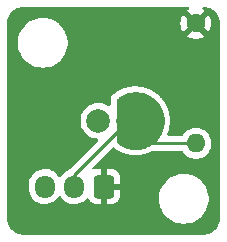
<source format=gtl>
G04 #@! TF.GenerationSoftware,KiCad,Pcbnew,6.0.4-6f826c9f35~116~ubuntu20.04.1*
G04 #@! TF.CreationDate,2022-05-16T21:54:43-06:00*
G04 #@! TF.ProjectId,phototransistor-circuit,70686f74-6f74-4726-916e-736973746f72,rev?*
G04 #@! TF.SameCoordinates,Original*
G04 #@! TF.FileFunction,Copper,L1,Top*
G04 #@! TF.FilePolarity,Positive*
%FSLAX46Y46*%
G04 Gerber Fmt 4.6, Leading zero omitted, Abs format (unit mm)*
G04 Created by KiCad (PCBNEW 6.0.4-6f826c9f35~116~ubuntu20.04.1) date 2022-05-16 21:54:43*
%MOMM*%
%LPD*%
G01*
G04 APERTURE LIST*
G04 Aperture macros list*
%AMRoundRect*
0 Rectangle with rounded corners*
0 $1 Rounding radius*
0 $2 $3 $4 $5 $6 $7 $8 $9 X,Y pos of 4 corners*
0 Add a 4 corners polygon primitive as box body*
4,1,4,$2,$3,$4,$5,$6,$7,$8,$9,$2,$3,0*
0 Add four circle primitives for the rounded corners*
1,1,$1+$1,$2,$3*
1,1,$1+$1,$4,$5*
1,1,$1+$1,$6,$7*
1,1,$1+$1,$8,$9*
0 Add four rect primitives between the rounded corners*
20,1,$1+$1,$2,$3,$4,$5,0*
20,1,$1+$1,$4,$5,$6,$7,0*
20,1,$1+$1,$6,$7,$8,$9,0*
20,1,$1+$1,$8,$9,$2,$3,0*%
G04 Aperture macros list end*
G04 #@! TA.AperFunction,EtchedComponent*
%ADD10C,0.001000*%
G04 #@! TD*
G04 #@! TA.AperFunction,ComponentPad*
%ADD11C,2.000000*%
G04 #@! TD*
G04 #@! TA.AperFunction,ComponentPad*
%ADD12RoundRect,0.250000X0.600000X0.725000X-0.600000X0.725000X-0.600000X-0.725000X0.600000X-0.725000X0*%
G04 #@! TD*
G04 #@! TA.AperFunction,ComponentPad*
%ADD13O,1.700000X1.950000*%
G04 #@! TD*
G04 #@! TA.AperFunction,ComponentPad*
%ADD14C,1.600000*%
G04 #@! TD*
G04 #@! TA.AperFunction,ComponentPad*
%ADD15O,1.600000X1.600000*%
G04 #@! TD*
G04 #@! TA.AperFunction,Conductor*
%ADD16C,0.254000*%
G04 #@! TD*
G04 APERTURE END LIST*
G36*
X90928000Y-76346000D02*
G01*
X91052000Y-76357000D01*
X91175000Y-76376000D01*
X91298000Y-76400000D01*
X91419000Y-76431000D01*
X91538000Y-76468000D01*
X91655000Y-76511000D01*
X91769000Y-76561000D01*
X91881000Y-76616000D01*
X91990000Y-76677000D01*
X92095000Y-76743000D01*
X92197000Y-76815000D01*
X92296000Y-76892000D01*
X92390000Y-76974000D01*
X92479000Y-77060000D01*
X92564000Y-77151000D01*
X92645000Y-77247000D01*
X92720000Y-77346000D01*
X92790000Y-77450000D01*
X92854000Y-77556000D01*
X92913000Y-77666000D01*
X92966000Y-77779000D01*
X93014000Y-77894000D01*
X93055000Y-78012000D01*
X93090000Y-78132000D01*
X93119000Y-78253000D01*
X93141000Y-78376000D01*
X93157000Y-78499000D01*
X93167000Y-78624000D01*
X93170000Y-78740000D01*
X93167000Y-78856000D01*
X93157000Y-78981000D01*
X93141000Y-79104000D01*
X93119000Y-79227000D01*
X93090000Y-79348000D01*
X93055000Y-79468000D01*
X93014000Y-79586000D01*
X92966000Y-79701000D01*
X92913000Y-79814000D01*
X92854000Y-79924000D01*
X92790000Y-80030000D01*
X92720000Y-80134000D01*
X92645000Y-80233000D01*
X92564000Y-80329000D01*
X92479000Y-80420000D01*
X92390000Y-80506000D01*
X92296000Y-80588000D01*
X92197000Y-80665000D01*
X92095000Y-80737000D01*
X91990000Y-80803000D01*
X91881000Y-80864000D01*
X91769000Y-80919000D01*
X91655000Y-80969000D01*
X91538000Y-81012000D01*
X91419000Y-81049000D01*
X91298000Y-81080000D01*
X91175000Y-81104000D01*
X91052000Y-81123000D01*
X90928000Y-81134000D01*
X90795000Y-81140000D01*
X90727000Y-81140000D01*
X90668000Y-81139000D01*
X90610000Y-81136000D01*
X90552000Y-81132000D01*
X90493000Y-81127000D01*
X90435000Y-81120000D01*
X90378000Y-81111000D01*
X90320000Y-81101000D01*
X90263000Y-81090000D01*
X90206000Y-81077000D01*
X90149000Y-81063000D01*
X90093000Y-81047000D01*
X90037000Y-81030000D01*
X89981000Y-81012000D01*
X89926000Y-80992000D01*
X89872000Y-80971000D01*
X89818000Y-80949000D01*
X89764000Y-80925000D01*
X89712000Y-80900000D01*
X89660000Y-80873000D01*
X89608000Y-80845000D01*
X89557000Y-80816000D01*
X89508000Y-80786000D01*
X89458000Y-80754000D01*
X89410000Y-80722000D01*
X89362000Y-80688000D01*
X89270000Y-80616000D01*
X89225000Y-80579000D01*
X89170000Y-80530000D01*
X89170000Y-76950000D01*
X89225000Y-76901000D01*
X89270000Y-76864000D01*
X89362000Y-76792000D01*
X89410000Y-76758000D01*
X89458000Y-76726000D01*
X89508000Y-76694000D01*
X89557000Y-76664000D01*
X89608000Y-76635000D01*
X89660000Y-76607000D01*
X89712000Y-76580000D01*
X89764000Y-76555000D01*
X89818000Y-76531000D01*
X89872000Y-76509000D01*
X89926000Y-76488000D01*
X89981000Y-76468000D01*
X90037000Y-76450000D01*
X90093000Y-76433000D01*
X90149000Y-76417000D01*
X90206000Y-76403000D01*
X90263000Y-76390000D01*
X90320000Y-76379000D01*
X90378000Y-76369000D01*
X90435000Y-76360000D01*
X90493000Y-76353000D01*
X90552000Y-76348000D01*
X90610000Y-76344000D01*
X90668000Y-76341000D01*
X90727000Y-76340000D01*
X90795000Y-76340000D01*
X90928000Y-76346000D01*
G37*
D10*
X90928000Y-76346000D02*
X91052000Y-76357000D01*
X91175000Y-76376000D01*
X91298000Y-76400000D01*
X91419000Y-76431000D01*
X91538000Y-76468000D01*
X91655000Y-76511000D01*
X91769000Y-76561000D01*
X91881000Y-76616000D01*
X91990000Y-76677000D01*
X92095000Y-76743000D01*
X92197000Y-76815000D01*
X92296000Y-76892000D01*
X92390000Y-76974000D01*
X92479000Y-77060000D01*
X92564000Y-77151000D01*
X92645000Y-77247000D01*
X92720000Y-77346000D01*
X92790000Y-77450000D01*
X92854000Y-77556000D01*
X92913000Y-77666000D01*
X92966000Y-77779000D01*
X93014000Y-77894000D01*
X93055000Y-78012000D01*
X93090000Y-78132000D01*
X93119000Y-78253000D01*
X93141000Y-78376000D01*
X93157000Y-78499000D01*
X93167000Y-78624000D01*
X93170000Y-78740000D01*
X93167000Y-78856000D01*
X93157000Y-78981000D01*
X93141000Y-79104000D01*
X93119000Y-79227000D01*
X93090000Y-79348000D01*
X93055000Y-79468000D01*
X93014000Y-79586000D01*
X92966000Y-79701000D01*
X92913000Y-79814000D01*
X92854000Y-79924000D01*
X92790000Y-80030000D01*
X92720000Y-80134000D01*
X92645000Y-80233000D01*
X92564000Y-80329000D01*
X92479000Y-80420000D01*
X92390000Y-80506000D01*
X92296000Y-80588000D01*
X92197000Y-80665000D01*
X92095000Y-80737000D01*
X91990000Y-80803000D01*
X91881000Y-80864000D01*
X91769000Y-80919000D01*
X91655000Y-80969000D01*
X91538000Y-81012000D01*
X91419000Y-81049000D01*
X91298000Y-81080000D01*
X91175000Y-81104000D01*
X91052000Y-81123000D01*
X90928000Y-81134000D01*
X90795000Y-81140000D01*
X90727000Y-81140000D01*
X90668000Y-81139000D01*
X90610000Y-81136000D01*
X90552000Y-81132000D01*
X90493000Y-81127000D01*
X90435000Y-81120000D01*
X90378000Y-81111000D01*
X90320000Y-81101000D01*
X90263000Y-81090000D01*
X90206000Y-81077000D01*
X90149000Y-81063000D01*
X90093000Y-81047000D01*
X90037000Y-81030000D01*
X89981000Y-81012000D01*
X89926000Y-80992000D01*
X89872000Y-80971000D01*
X89818000Y-80949000D01*
X89764000Y-80925000D01*
X89712000Y-80900000D01*
X89660000Y-80873000D01*
X89608000Y-80845000D01*
X89557000Y-80816000D01*
X89508000Y-80786000D01*
X89458000Y-80754000D01*
X89410000Y-80722000D01*
X89362000Y-80688000D01*
X89270000Y-80616000D01*
X89225000Y-80579000D01*
X89170000Y-80530000D01*
X89170000Y-76950000D01*
X89225000Y-76901000D01*
X89270000Y-76864000D01*
X89362000Y-76792000D01*
X89410000Y-76758000D01*
X89458000Y-76726000D01*
X89508000Y-76694000D01*
X89557000Y-76664000D01*
X89608000Y-76635000D01*
X89660000Y-76607000D01*
X89712000Y-76580000D01*
X89764000Y-76555000D01*
X89818000Y-76531000D01*
X89872000Y-76509000D01*
X89926000Y-76488000D01*
X89981000Y-76468000D01*
X90037000Y-76450000D01*
X90093000Y-76433000D01*
X90149000Y-76417000D01*
X90206000Y-76403000D01*
X90263000Y-76390000D01*
X90320000Y-76379000D01*
X90378000Y-76369000D01*
X90435000Y-76360000D01*
X90493000Y-76353000D01*
X90552000Y-76348000D01*
X90610000Y-76344000D01*
X90668000Y-76341000D01*
X90727000Y-76340000D01*
X90795000Y-76340000D01*
X90928000Y-76346000D01*
D11*
X87630000Y-78740000D03*
X90170000Y-78740000D03*
D12*
X88098000Y-84311000D03*
D13*
X85598000Y-84311000D03*
X83098000Y-84311000D03*
D14*
X95885000Y-70485000D03*
D15*
X95885000Y-80645000D03*
D16*
X92075000Y-80645000D02*
X90170000Y-78740000D01*
X85598000Y-83312000D02*
X85598000Y-84311000D01*
X95885000Y-80645000D02*
X92075000Y-80645000D01*
X90170000Y-78740000D02*
X85598000Y-83312000D01*
G04 #@! TA.AperFunction,Conductor*
G36*
X95284584Y-69108502D02*
G01*
X95331077Y-69162158D01*
X95341181Y-69232432D01*
X95311687Y-69297012D01*
X95269713Y-69328695D01*
X95233489Y-69345586D01*
X95223994Y-69351069D01*
X95171952Y-69387509D01*
X95163576Y-69397988D01*
X95170644Y-69411434D01*
X95872188Y-70112978D01*
X95886132Y-70120592D01*
X95887965Y-70120461D01*
X95894580Y-70116210D01*
X96600077Y-69410713D01*
X96606507Y-69398938D01*
X96597211Y-69386923D01*
X96546006Y-69351069D01*
X96536507Y-69345584D01*
X96508104Y-69332340D01*
X96454819Y-69285424D01*
X96435357Y-69217146D01*
X96455898Y-69149186D01*
X96509921Y-69103120D01*
X96571238Y-69092533D01*
X96728573Y-69104915D01*
X96748103Y-69108008D01*
X96941903Y-69154536D01*
X96960706Y-69160646D01*
X97144840Y-69236916D01*
X97162457Y-69245893D01*
X97332387Y-69350027D01*
X97348382Y-69361648D01*
X97499934Y-69491085D01*
X97513915Y-69505066D01*
X97643352Y-69656618D01*
X97654973Y-69672613D01*
X97759107Y-69842543D01*
X97768084Y-69860160D01*
X97844354Y-70044294D01*
X97850464Y-70063097D01*
X97896992Y-70256897D01*
X97900085Y-70276426D01*
X97913272Y-70443987D01*
X97912630Y-70460875D01*
X97912800Y-70460877D01*
X97912690Y-70469853D01*
X97911309Y-70478724D01*
X97912473Y-70487626D01*
X97912473Y-70487628D01*
X97915436Y-70510283D01*
X97916500Y-70526621D01*
X97916500Y-86945633D01*
X97915000Y-86965018D01*
X97912690Y-86979851D01*
X97912690Y-86979855D01*
X97911309Y-86988724D01*
X97913148Y-87002789D01*
X97913824Y-87029004D01*
X97905271Y-87137679D01*
X97900085Y-87203574D01*
X97896992Y-87223103D01*
X97850464Y-87416903D01*
X97844354Y-87435706D01*
X97768084Y-87619840D01*
X97759107Y-87637457D01*
X97654973Y-87807387D01*
X97643352Y-87823382D01*
X97513915Y-87974934D01*
X97499934Y-87988915D01*
X97348382Y-88118352D01*
X97332387Y-88129973D01*
X97162457Y-88234107D01*
X97144840Y-88243084D01*
X96960706Y-88319354D01*
X96941903Y-88325464D01*
X96748103Y-88371992D01*
X96728574Y-88375085D01*
X96561013Y-88388272D01*
X96544125Y-88387630D01*
X96544123Y-88387800D01*
X96535147Y-88387690D01*
X96526276Y-88386309D01*
X96517374Y-88387473D01*
X96517372Y-88387473D01*
X96502323Y-88389441D01*
X96494714Y-88390436D01*
X96478379Y-88391500D01*
X81329367Y-88391500D01*
X81309982Y-88390000D01*
X81295149Y-88387690D01*
X81295145Y-88387690D01*
X81286276Y-88386309D01*
X81272211Y-88388148D01*
X81245996Y-88388824D01*
X81112889Y-88378348D01*
X81071426Y-88375085D01*
X81051897Y-88371992D01*
X80858097Y-88325464D01*
X80839294Y-88319354D01*
X80655160Y-88243084D01*
X80637543Y-88234107D01*
X80467613Y-88129973D01*
X80451618Y-88118352D01*
X80300066Y-87988915D01*
X80286085Y-87974934D01*
X80156648Y-87823382D01*
X80145027Y-87807387D01*
X80040893Y-87637457D01*
X80031916Y-87619840D01*
X79955646Y-87435706D01*
X79949536Y-87416903D01*
X79903008Y-87223103D01*
X79899915Y-87203574D01*
X79887009Y-87039583D01*
X79887994Y-87017258D01*
X79887334Y-87017199D01*
X79887769Y-87012351D01*
X79888576Y-87007552D01*
X79888729Y-86995000D01*
X79884773Y-86967376D01*
X79883500Y-86949514D01*
X79883500Y-84493890D01*
X81739500Y-84493890D01*
X81754080Y-84665720D01*
X81755418Y-84670875D01*
X81755419Y-84670881D01*
X81810657Y-84883703D01*
X81811999Y-84888872D01*
X81814191Y-84893738D01*
X81814192Y-84893741D01*
X81830761Y-84930522D01*
X81906688Y-85099075D01*
X82035441Y-85290319D01*
X82194576Y-85457135D01*
X82379542Y-85594754D01*
X82384293Y-85597170D01*
X82384297Y-85597172D01*
X82446704Y-85628901D01*
X82585051Y-85699240D01*
X82590145Y-85700822D01*
X82590148Y-85700823D01*
X82786313Y-85761734D01*
X82805227Y-85767607D01*
X82810516Y-85768308D01*
X83028489Y-85797198D01*
X83028494Y-85797198D01*
X83033774Y-85797898D01*
X83039103Y-85797698D01*
X83039105Y-85797698D01*
X83148966Y-85793574D01*
X83264158Y-85789249D01*
X83269468Y-85788135D01*
X83484572Y-85743002D01*
X83489791Y-85741907D01*
X83494750Y-85739949D01*
X83494752Y-85739948D01*
X83699256Y-85659185D01*
X83699258Y-85659184D01*
X83704221Y-85657224D01*
X83803184Y-85597172D01*
X83896757Y-85540390D01*
X83896756Y-85540390D01*
X83901317Y-85537623D01*
X83966626Y-85480951D01*
X84071412Y-85390023D01*
X84071414Y-85390021D01*
X84075445Y-85386523D01*
X84139383Y-85308545D01*
X84218240Y-85212373D01*
X84218244Y-85212367D01*
X84221624Y-85208245D01*
X84239552Y-85176750D01*
X84290632Y-85127445D01*
X84360262Y-85113583D01*
X84426333Y-85139566D01*
X84453573Y-85168716D01*
X84535441Y-85290319D01*
X84694576Y-85457135D01*
X84879542Y-85594754D01*
X84884293Y-85597170D01*
X84884297Y-85597172D01*
X84946704Y-85628901D01*
X85085051Y-85699240D01*
X85090145Y-85700822D01*
X85090148Y-85700823D01*
X85286313Y-85761734D01*
X85305227Y-85767607D01*
X85310516Y-85768308D01*
X85528489Y-85797198D01*
X85528494Y-85797198D01*
X85533774Y-85797898D01*
X85539103Y-85797698D01*
X85539105Y-85797698D01*
X85648966Y-85793574D01*
X85764158Y-85789249D01*
X85769468Y-85788135D01*
X85984572Y-85743002D01*
X85989791Y-85741907D01*
X85994750Y-85739949D01*
X85994752Y-85739948D01*
X86199256Y-85659185D01*
X86199258Y-85659184D01*
X86204221Y-85657224D01*
X86303184Y-85597172D01*
X86396757Y-85540390D01*
X86396756Y-85540390D01*
X86401317Y-85537623D01*
X86466626Y-85480951D01*
X86571412Y-85390023D01*
X86571414Y-85390021D01*
X86575445Y-85386523D01*
X86605006Y-85350471D01*
X86663666Y-85310476D01*
X86734636Y-85308545D01*
X86795384Y-85345290D01*
X86809584Y-85364059D01*
X86896063Y-85503807D01*
X86905099Y-85515208D01*
X87019829Y-85629739D01*
X87031240Y-85638751D01*
X87169243Y-85723816D01*
X87182424Y-85729963D01*
X87336710Y-85781138D01*
X87350086Y-85784005D01*
X87444438Y-85793672D01*
X87450854Y-85794000D01*
X87825885Y-85794000D01*
X87841124Y-85789525D01*
X87842329Y-85788135D01*
X87844000Y-85780452D01*
X87844000Y-85775884D01*
X88352000Y-85775884D01*
X88356475Y-85791123D01*
X88357865Y-85792328D01*
X88365548Y-85793999D01*
X88745095Y-85793999D01*
X88751614Y-85793662D01*
X88847206Y-85783743D01*
X88860600Y-85780851D01*
X89014784Y-85729412D01*
X89027962Y-85723239D01*
X89165807Y-85637937D01*
X89177208Y-85628901D01*
X89291739Y-85514171D01*
X89300751Y-85502760D01*
X89316813Y-85476703D01*
X92759743Y-85476703D01*
X92760302Y-85480947D01*
X92760302Y-85480951D01*
X92774865Y-85591568D01*
X92797268Y-85761734D01*
X92798401Y-85765874D01*
X92798401Y-85765876D01*
X92806002Y-85793662D01*
X92873129Y-86039036D01*
X92985923Y-86303476D01*
X93133561Y-86550161D01*
X93313313Y-86774528D01*
X93330397Y-86790740D01*
X93516533Y-86967376D01*
X93521851Y-86972423D01*
X93755317Y-87140186D01*
X93759112Y-87142195D01*
X93759113Y-87142196D01*
X93780869Y-87153715D01*
X94009392Y-87274712D01*
X94279373Y-87373511D01*
X94560264Y-87434755D01*
X94572348Y-87435706D01*
X94783282Y-87452307D01*
X94783291Y-87452307D01*
X94785739Y-87452500D01*
X94941271Y-87452500D01*
X94943407Y-87452354D01*
X94943418Y-87452354D01*
X95151548Y-87438165D01*
X95151554Y-87438164D01*
X95155825Y-87437873D01*
X95160020Y-87437004D01*
X95160022Y-87437004D01*
X95296583Y-87408724D01*
X95437342Y-87379574D01*
X95708343Y-87283607D01*
X95963812Y-87151750D01*
X95967313Y-87149289D01*
X95967317Y-87149287D01*
X96081417Y-87069096D01*
X96199023Y-86986441D01*
X96409622Y-86790740D01*
X96591713Y-86568268D01*
X96741927Y-86323142D01*
X96857483Y-86059898D01*
X96936244Y-85783406D01*
X96970830Y-85540390D01*
X96976146Y-85503036D01*
X96976146Y-85503034D01*
X96976751Y-85498784D01*
X96976845Y-85480951D01*
X96978235Y-85215583D01*
X96978235Y-85215576D01*
X96978257Y-85211297D01*
X96968814Y-85139566D01*
X96951477Y-85007886D01*
X96940732Y-84926266D01*
X96864871Y-84648964D01*
X96752077Y-84384524D01*
X96604439Y-84137839D01*
X96424687Y-83913472D01*
X96216149Y-83715577D01*
X95982683Y-83547814D01*
X95960843Y-83536250D01*
X95882094Y-83494555D01*
X95728608Y-83413288D01*
X95517704Y-83336108D01*
X95462658Y-83315964D01*
X95462656Y-83315963D01*
X95458627Y-83314489D01*
X95177736Y-83253245D01*
X95146685Y-83250801D01*
X94954718Y-83235693D01*
X94954709Y-83235693D01*
X94952261Y-83235500D01*
X94796729Y-83235500D01*
X94794593Y-83235646D01*
X94794582Y-83235646D01*
X94586452Y-83249835D01*
X94586446Y-83249836D01*
X94582175Y-83250127D01*
X94577980Y-83250996D01*
X94577978Y-83250996D01*
X94489997Y-83269216D01*
X94300658Y-83308426D01*
X94029657Y-83404393D01*
X93774188Y-83536250D01*
X93770687Y-83538711D01*
X93770683Y-83538713D01*
X93770410Y-83538905D01*
X93538977Y-83701559D01*
X93523892Y-83715577D01*
X93394219Y-83836077D01*
X93328378Y-83897260D01*
X93146287Y-84119732D01*
X92996073Y-84364858D01*
X92880517Y-84628102D01*
X92801756Y-84904594D01*
X92798672Y-84926266D01*
X92762004Y-85183914D01*
X92761249Y-85189216D01*
X92761227Y-85193505D01*
X92761226Y-85193512D01*
X92759765Y-85472417D01*
X92759743Y-85476703D01*
X89316813Y-85476703D01*
X89385816Y-85364757D01*
X89391963Y-85351576D01*
X89443138Y-85197290D01*
X89446005Y-85183914D01*
X89455672Y-85089562D01*
X89456000Y-85083146D01*
X89456000Y-84583115D01*
X89451525Y-84567876D01*
X89450135Y-84566671D01*
X89442452Y-84565000D01*
X88370115Y-84565000D01*
X88354876Y-84569475D01*
X88353671Y-84570865D01*
X88352000Y-84578548D01*
X88352000Y-85775884D01*
X87844000Y-85775884D01*
X87844000Y-84038885D01*
X88352000Y-84038885D01*
X88356475Y-84054124D01*
X88357865Y-84055329D01*
X88365548Y-84057000D01*
X89437884Y-84057000D01*
X89453123Y-84052525D01*
X89454328Y-84051135D01*
X89455999Y-84043452D01*
X89455999Y-83538905D01*
X89455662Y-83532386D01*
X89445743Y-83436794D01*
X89442851Y-83423400D01*
X89391412Y-83269216D01*
X89385239Y-83256038D01*
X89299937Y-83118193D01*
X89290901Y-83106792D01*
X89176171Y-82992261D01*
X89164760Y-82983249D01*
X89026757Y-82898184D01*
X89013576Y-82892037D01*
X88859290Y-82840862D01*
X88845914Y-82837995D01*
X88751562Y-82828328D01*
X88745145Y-82828000D01*
X88370115Y-82828000D01*
X88354876Y-82832475D01*
X88353671Y-82833865D01*
X88352000Y-82841548D01*
X88352000Y-84038885D01*
X87844000Y-84038885D01*
X87844000Y-82846116D01*
X87839525Y-82830877D01*
X87838135Y-82829672D01*
X87830452Y-82828001D01*
X87450905Y-82828001D01*
X87444386Y-82828338D01*
X87348794Y-82838257D01*
X87335400Y-82841149D01*
X87290040Y-82856282D01*
X87219090Y-82858866D01*
X87158006Y-82822682D01*
X87126182Y-82759218D01*
X87133721Y-82688623D01*
X87161069Y-82647663D01*
X88785145Y-81023587D01*
X88847457Y-80989561D01*
X88918272Y-80994626D01*
X88954265Y-81015358D01*
X88971501Y-81029531D01*
X88971508Y-81029536D01*
X88974962Y-81032376D01*
X88978788Y-81034700D01*
X88979916Y-81035500D01*
X88984666Y-81039039D01*
X89021306Y-81067715D01*
X89031418Y-81076539D01*
X89035432Y-81080437D01*
X89055423Y-81094597D01*
X89060236Y-81098182D01*
X89077081Y-81111365D01*
X89080971Y-81113602D01*
X89084683Y-81116103D01*
X89084607Y-81116216D01*
X89092540Y-81121569D01*
X89094665Y-81123519D01*
X89098709Y-81126215D01*
X89098718Y-81126222D01*
X89120179Y-81140528D01*
X89123123Y-81142551D01*
X89141949Y-81155887D01*
X89141953Y-81155889D01*
X89145613Y-81158482D01*
X89147605Y-81159504D01*
X89149923Y-81161076D01*
X89150224Y-81161342D01*
X89178695Y-81179563D01*
X89180594Y-81180805D01*
X89206068Y-81197787D01*
X89206080Y-81197793D01*
X89207882Y-81198952D01*
X89208406Y-81199397D01*
X89211854Y-81201508D01*
X89236842Y-81216807D01*
X89238970Y-81218139D01*
X89264405Y-81234417D01*
X89264699Y-81234551D01*
X89268096Y-81236616D01*
X89270931Y-81238869D01*
X89275151Y-81241269D01*
X89275153Y-81241270D01*
X89296490Y-81253403D01*
X89299996Y-81255473D01*
X89318567Y-81266843D01*
X89318571Y-81266845D01*
X89322393Y-81269185D01*
X89325789Y-81270649D01*
X89330382Y-81273309D01*
X89331771Y-81274361D01*
X89360234Y-81289688D01*
X89362760Y-81291086D01*
X89381513Y-81301749D01*
X89388171Y-81305535D01*
X89389067Y-81305887D01*
X89390224Y-81306521D01*
X89390254Y-81306463D01*
X89421199Y-81322530D01*
X89422876Y-81323417D01*
X89450862Y-81338487D01*
X89450817Y-81338570D01*
X89453015Y-81339698D01*
X89455717Y-81341556D01*
X89482671Y-81354514D01*
X89486101Y-81356230D01*
X89509881Y-81368577D01*
X89512858Y-81369619D01*
X89518300Y-81372259D01*
X89521041Y-81374026D01*
X89525494Y-81376005D01*
X89548613Y-81386281D01*
X89552030Y-81387861D01*
X89572347Y-81397629D01*
X89572355Y-81397632D01*
X89576392Y-81399573D01*
X89579466Y-81400544D01*
X89585941Y-81403440D01*
X89589234Y-81405420D01*
X89593743Y-81407257D01*
X89593751Y-81407261D01*
X89616739Y-81416627D01*
X89620372Y-81418174D01*
X89640570Y-81427151D01*
X89640577Y-81427154D01*
X89644673Y-81428974D01*
X89647687Y-81429828D01*
X89650554Y-81431032D01*
X89650559Y-81431019D01*
X89682754Y-81443539D01*
X89684628Y-81444285D01*
X89713168Y-81455913D01*
X89712819Y-81456770D01*
X89714670Y-81457132D01*
X89714789Y-81456805D01*
X89716874Y-81457563D01*
X89716877Y-81457564D01*
X89719370Y-81458470D01*
X89719374Y-81458472D01*
X89745450Y-81467955D01*
X89748055Y-81468935D01*
X89771397Y-81478012D01*
X89771409Y-81478016D01*
X89775578Y-81479637D01*
X89776667Y-81479891D01*
X89782072Y-81481827D01*
X89783138Y-81482263D01*
X89787491Y-81484449D01*
X89792121Y-81485937D01*
X89792123Y-81485938D01*
X89813833Y-81492916D01*
X89818336Y-81494458D01*
X89841400Y-81502845D01*
X89845781Y-81503763D01*
X89847170Y-81504159D01*
X89851085Y-81505477D01*
X89851203Y-81505534D01*
X89851720Y-81505691D01*
X89851738Y-81505697D01*
X89884148Y-81515535D01*
X89886108Y-81516147D01*
X89914511Y-81525277D01*
X89914202Y-81526240D01*
X89914814Y-81526313D01*
X89915040Y-81525522D01*
X89948129Y-81534976D01*
X89950003Y-81535528D01*
X89980116Y-81544669D01*
X89980118Y-81544669D01*
X89980106Y-81544710D01*
X89984193Y-81545846D01*
X89984606Y-81545982D01*
X89989083Y-81547850D01*
X89993800Y-81549009D01*
X89993804Y-81549010D01*
X90016038Y-81554471D01*
X90020581Y-81555677D01*
X90044309Y-81562456D01*
X90048747Y-81563063D01*
X90049872Y-81563300D01*
X90053972Y-81564365D01*
X90054159Y-81564440D01*
X90054971Y-81564625D01*
X90054978Y-81564627D01*
X90068181Y-81567638D01*
X90087727Y-81572096D01*
X90089737Y-81572572D01*
X90120086Y-81580027D01*
X90120077Y-81580064D01*
X90123793Y-81580890D01*
X90127618Y-81582265D01*
X90132409Y-81583190D01*
X90132414Y-81583191D01*
X90156060Y-81587754D01*
X90160204Y-81588626D01*
X90181086Y-81593389D01*
X90181096Y-81593391D01*
X90185452Y-81594384D01*
X90189251Y-81594696D01*
X90193616Y-81595583D01*
X90194442Y-81595862D01*
X90198032Y-81596481D01*
X90198042Y-81596483D01*
X90216697Y-81599699D01*
X90227310Y-81601529D01*
X90229757Y-81601976D01*
X90259438Y-81607704D01*
X90259300Y-81608418D01*
X90260345Y-81608865D01*
X90260520Y-81607756D01*
X90294180Y-81613071D01*
X90295935Y-81613361D01*
X90327069Y-81618729D01*
X90330003Y-81619274D01*
X90334645Y-81620582D01*
X90339487Y-81621166D01*
X90339490Y-81621167D01*
X90362526Y-81623947D01*
X90367061Y-81624578D01*
X90391716Y-81628471D01*
X90396200Y-81628535D01*
X90396792Y-81628586D01*
X90405958Y-81629725D01*
X90410508Y-81630834D01*
X90438769Y-81633229D01*
X90443220Y-81633687D01*
X90463838Y-81636175D01*
X90463851Y-81636176D01*
X90468296Y-81636712D01*
X90472770Y-81636613D01*
X90472878Y-81636618D01*
X90477390Y-81637059D01*
X90477422Y-81637066D01*
X90499700Y-81638602D01*
X90512002Y-81639451D01*
X90513969Y-81639602D01*
X90543171Y-81642076D01*
X90543083Y-81643112D01*
X90544072Y-81643005D01*
X90544110Y-81642272D01*
X90552539Y-81642708D01*
X90578288Y-81644040D01*
X90580407Y-81644168D01*
X90611439Y-81646308D01*
X90611437Y-81646335D01*
X90615490Y-81646522D01*
X90619728Y-81647255D01*
X90633864Y-81647494D01*
X90638904Y-81647580D01*
X90646492Y-81647938D01*
X90650542Y-81648251D01*
X90655348Y-81649000D01*
X90670925Y-81649000D01*
X90671712Y-81649020D01*
X90671731Y-81649016D01*
X90672552Y-81649000D01*
X90674186Y-81649000D01*
X90678207Y-81649208D01*
X90678950Y-81649140D01*
X90680497Y-81649562D01*
X90680497Y-81649000D01*
X90721624Y-81649000D01*
X90723759Y-81649018D01*
X90750429Y-81649470D01*
X90750430Y-81649470D01*
X90754916Y-81649546D01*
X90756461Y-81649351D01*
X90768619Y-81649687D01*
X90768622Y-81649582D01*
X90773489Y-81649739D01*
X90778327Y-81650270D01*
X90783185Y-81650051D01*
X90783191Y-81650051D01*
X90803642Y-81649128D01*
X90809320Y-81649000D01*
X90831548Y-81649000D01*
X90835983Y-81648365D01*
X90835996Y-81648364D01*
X90837021Y-81648217D01*
X90849201Y-81647073D01*
X90915313Y-81644091D01*
X90926915Y-81644211D01*
X90928619Y-81644192D01*
X90933480Y-81644513D01*
X90938326Y-81644083D01*
X90938331Y-81644083D01*
X90959251Y-81642227D01*
X90964706Y-81641862D01*
X90982976Y-81641038D01*
X90982979Y-81641038D01*
X90987450Y-81640836D01*
X90992344Y-81639909D01*
X91004667Y-81638198D01*
X91035924Y-81635425D01*
X91068144Y-81632567D01*
X91079425Y-81632074D01*
X91083043Y-81632078D01*
X91090517Y-81632087D01*
X91109389Y-81629172D01*
X91117473Y-81628190D01*
X91120974Y-81627880D01*
X91128921Y-81627175D01*
X91128924Y-81627174D01*
X91133382Y-81626779D01*
X91144967Y-81624058D01*
X91154543Y-81622197D01*
X91216225Y-81612669D01*
X91223864Y-81611935D01*
X91223862Y-81611919D01*
X91228699Y-81611358D01*
X91233561Y-81611172D01*
X91238335Y-81610240D01*
X91238339Y-81610240D01*
X91260197Y-81605975D01*
X91265091Y-81605120D01*
X91284397Y-81602138D01*
X91284399Y-81602137D01*
X91288824Y-81601454D01*
X91293116Y-81600148D01*
X91295081Y-81599699D01*
X91304923Y-81597248D01*
X91312026Y-81595862D01*
X91365022Y-81585522D01*
X91377009Y-81583777D01*
X91385914Y-81582916D01*
X91390629Y-81581708D01*
X91390635Y-81581707D01*
X91406463Y-81577652D01*
X91413599Y-81576043D01*
X91426954Y-81573437D01*
X91431351Y-81572579D01*
X91435581Y-81571107D01*
X91435584Y-81571106D01*
X91440538Y-81569382D01*
X91450678Y-81566324D01*
X91512990Y-81550359D01*
X91525793Y-81547778D01*
X91532260Y-81546821D01*
X91536909Y-81545376D01*
X91536911Y-81545375D01*
X91554785Y-81539817D01*
X91560903Y-81538083D01*
X91580730Y-81533004D01*
X91587484Y-81530204D01*
X91598330Y-81526279D01*
X91657293Y-81507946D01*
X91669945Y-81504721D01*
X91676367Y-81503434D01*
X91698452Y-81495317D01*
X91704508Y-81493265D01*
X91719748Y-81488527D01*
X91719754Y-81488525D01*
X91724024Y-81487197D01*
X91728064Y-81485277D01*
X91728076Y-81485272D01*
X91730681Y-81484034D01*
X91741302Y-81479569D01*
X91770237Y-81468935D01*
X91802353Y-81457132D01*
X91813553Y-81453600D01*
X91823133Y-81451063D01*
X91827582Y-81449112D01*
X91827587Y-81449110D01*
X91841670Y-81442933D01*
X91848811Y-81440058D01*
X91849235Y-81439902D01*
X91864891Y-81434148D01*
X91868829Y-81432025D01*
X91868840Y-81432020D01*
X91874324Y-81429063D01*
X91883505Y-81424584D01*
X91940718Y-81399491D01*
X91951306Y-81395533D01*
X91953112Y-81394813D01*
X91957770Y-81393362D01*
X91981062Y-81381924D01*
X91985987Y-81379636D01*
X92002811Y-81372257D01*
X92002817Y-81372254D01*
X92006916Y-81370456D01*
X92011081Y-81367870D01*
X92021988Y-81361826D01*
X92076270Y-81335170D01*
X92087926Y-81330158D01*
X92090408Y-81329236D01*
X92090417Y-81329232D01*
X92094973Y-81327539D01*
X92099218Y-81325163D01*
X92099221Y-81325162D01*
X92114689Y-81316506D01*
X92120677Y-81313363D01*
X92134140Y-81306751D01*
X92138168Y-81304773D01*
X92141876Y-81302243D01*
X92145744Y-81299989D01*
X92146314Y-81300967D01*
X92212633Y-81280500D01*
X94667007Y-81280500D01*
X94735128Y-81300502D01*
X94770219Y-81334228D01*
X94791470Y-81364577D01*
X94875115Y-81484034D01*
X94878802Y-81489300D01*
X95040700Y-81651198D01*
X95045208Y-81654355D01*
X95045211Y-81654357D01*
X95123389Y-81709098D01*
X95228251Y-81782523D01*
X95233233Y-81784846D01*
X95233238Y-81784849D01*
X95430775Y-81876961D01*
X95435757Y-81879284D01*
X95441065Y-81880706D01*
X95441067Y-81880707D01*
X95651598Y-81937119D01*
X95651600Y-81937119D01*
X95656913Y-81938543D01*
X95885000Y-81958498D01*
X96113087Y-81938543D01*
X96118400Y-81937119D01*
X96118402Y-81937119D01*
X96328933Y-81880707D01*
X96328935Y-81880706D01*
X96334243Y-81879284D01*
X96339225Y-81876961D01*
X96536762Y-81784849D01*
X96536767Y-81784846D01*
X96541749Y-81782523D01*
X96646611Y-81709098D01*
X96724789Y-81654357D01*
X96724792Y-81654355D01*
X96729300Y-81651198D01*
X96891198Y-81489300D01*
X96894886Y-81484034D01*
X96956056Y-81396674D01*
X97022523Y-81301749D01*
X97024846Y-81296767D01*
X97024849Y-81296762D01*
X97116961Y-81099225D01*
X97116961Y-81099224D01*
X97119284Y-81094243D01*
X97122984Y-81080437D01*
X97177119Y-80878402D01*
X97177119Y-80878400D01*
X97178543Y-80873087D01*
X97198498Y-80645000D01*
X97178543Y-80416913D01*
X97172495Y-80394341D01*
X97120707Y-80201067D01*
X97120706Y-80201065D01*
X97119284Y-80195757D01*
X97070032Y-80090135D01*
X97024849Y-79993238D01*
X97024846Y-79993233D01*
X97022523Y-79988251D01*
X96899935Y-79813177D01*
X96894357Y-79805211D01*
X96894355Y-79805208D01*
X96891198Y-79800700D01*
X96729300Y-79638802D01*
X96724792Y-79635645D01*
X96724789Y-79635643D01*
X96564212Y-79523206D01*
X96541749Y-79507477D01*
X96536767Y-79505154D01*
X96536762Y-79505151D01*
X96339225Y-79413039D01*
X96339224Y-79413039D01*
X96334243Y-79410716D01*
X96328935Y-79409294D01*
X96328933Y-79409293D01*
X96118402Y-79352881D01*
X96118400Y-79352881D01*
X96113087Y-79351457D01*
X95885000Y-79331502D01*
X95656913Y-79351457D01*
X95651600Y-79352881D01*
X95651598Y-79352881D01*
X95441067Y-79409293D01*
X95441065Y-79409294D01*
X95435757Y-79410716D01*
X95430776Y-79413039D01*
X95430775Y-79413039D01*
X95233238Y-79505151D01*
X95233233Y-79505154D01*
X95228251Y-79507477D01*
X95205788Y-79523206D01*
X95045211Y-79635643D01*
X95045208Y-79635645D01*
X95040700Y-79638802D01*
X94878802Y-79800700D01*
X94875645Y-79805208D01*
X94875643Y-79805211D01*
X94770220Y-79955771D01*
X94714763Y-80000099D01*
X94667007Y-80009500D01*
X93577920Y-80009500D01*
X93509799Y-79989498D01*
X93463306Y-79935842D01*
X93453202Y-79865568D01*
X93461642Y-79834967D01*
X93472121Y-79809861D01*
X93477161Y-79799216D01*
X93479504Y-79794812D01*
X93479506Y-79794808D01*
X93481790Y-79790514D01*
X93488447Y-79771354D01*
X93491186Y-79764184D01*
X93496080Y-79752459D01*
X93497803Y-79748332D01*
X93500476Y-79737999D01*
X93503440Y-79728204D01*
X93524847Y-79666594D01*
X93529774Y-79654482D01*
X93530470Y-79652997D01*
X93530470Y-79652996D01*
X93532537Y-79648586D01*
X93539144Y-79625932D01*
X93541069Y-79619905D01*
X93547799Y-79600536D01*
X93548656Y-79596134D01*
X93549198Y-79593350D01*
X93551917Y-79582142D01*
X93569106Y-79523206D01*
X93573514Y-79510613D01*
X93575741Y-79505192D01*
X93581391Y-79481618D01*
X93582960Y-79475710D01*
X93587619Y-79459736D01*
X93587621Y-79459726D01*
X93588873Y-79455434D01*
X93589809Y-79448869D01*
X93592015Y-79437290D01*
X93606761Y-79375765D01*
X93610147Y-79364135D01*
X93613067Y-79355651D01*
X93616790Y-79334838D01*
X93618290Y-79327665D01*
X93621457Y-79314449D01*
X93621458Y-79314441D01*
X93622501Y-79310090D01*
X93622916Y-79305635D01*
X93622918Y-79305626D01*
X93623411Y-79300343D01*
X93624834Y-79289867D01*
X93636003Y-79227416D01*
X93639076Y-79214317D01*
X93640633Y-79208979D01*
X93643798Y-79184646D01*
X93644713Y-79178720D01*
X93647694Y-79162053D01*
X93647694Y-79162052D01*
X93648483Y-79157641D01*
X93648703Y-79151306D01*
X93649680Y-79139425D01*
X93657397Y-79080106D01*
X93659785Y-79067117D01*
X93660084Y-79065862D01*
X93661217Y-79061116D01*
X93663125Y-79037260D01*
X93663773Y-79031088D01*
X93666462Y-79010416D01*
X93666404Y-79005941D01*
X93666405Y-79005930D01*
X93666373Y-79003462D01*
X93666763Y-78991785D01*
X93671800Y-78928823D01*
X93673441Y-78916282D01*
X93674805Y-78908798D01*
X93675387Y-78886288D01*
X93675746Y-78879497D01*
X93676936Y-78864621D01*
X93677293Y-78860159D01*
X93676770Y-78851784D01*
X93676567Y-78840671D01*
X93677976Y-78786192D01*
X93678974Y-78773295D01*
X93679230Y-78771318D01*
X93679231Y-78771308D01*
X93679855Y-78766480D01*
X93679254Y-78743247D01*
X93679254Y-78736738D01*
X93679298Y-78735070D01*
X93679775Y-78716623D01*
X93678885Y-78709009D01*
X93678075Y-78697641D01*
X93676666Y-78643161D01*
X93676975Y-78630511D01*
X93677178Y-78627802D01*
X93677178Y-78627790D01*
X93677541Y-78622935D01*
X93677153Y-78618085D01*
X93677153Y-78618078D01*
X93675746Y-78600495D01*
X93675387Y-78593707D01*
X93675001Y-78578784D01*
X93675001Y-78578783D01*
X93674885Y-78574305D01*
X93674137Y-78569895D01*
X93674135Y-78569879D01*
X93673481Y-78566028D01*
X93672105Y-78554992D01*
X93667068Y-78492025D01*
X93666707Y-78478814D01*
X93666862Y-78472662D01*
X93663776Y-78448936D01*
X93663125Y-78442741D01*
X93661821Y-78426444D01*
X93661464Y-78421978D01*
X93659930Y-78415183D01*
X93657891Y-78403694D01*
X93650176Y-78344389D01*
X93649155Y-78330967D01*
X93649140Y-78330282D01*
X93649140Y-78330278D01*
X93649030Y-78325414D01*
X93648172Y-78320616D01*
X93644710Y-78301256D01*
X93643795Y-78295330D01*
X93641611Y-78278541D01*
X93641611Y-78278539D01*
X93641033Y-78274099D01*
X93639833Y-78269789D01*
X93639831Y-78269780D01*
X93639330Y-78267982D01*
X93636682Y-78256374D01*
X93625504Y-78193881D01*
X93623947Y-78181863D01*
X93623224Y-78172928D01*
X93622090Y-78168197D01*
X93622089Y-78168190D01*
X93618296Y-78152366D01*
X93616793Y-78145178D01*
X93614405Y-78131824D01*
X93614403Y-78131815D01*
X93613614Y-78127405D01*
X93610546Y-78118122D01*
X93607650Y-78107946D01*
X93594490Y-78053037D01*
X93592914Y-78046462D01*
X93590499Y-78033358D01*
X93589743Y-78027546D01*
X93582952Y-78004261D01*
X93581391Y-77998381D01*
X93576464Y-77977826D01*
X93574816Y-77973671D01*
X93574812Y-77973657D01*
X93574015Y-77971648D01*
X93570185Y-77960491D01*
X93569283Y-77957399D01*
X93552987Y-77901525D01*
X93549982Y-77888799D01*
X93549689Y-77887187D01*
X93548818Y-77882397D01*
X93541078Y-77860123D01*
X93539145Y-77854067D01*
X93533407Y-77834394D01*
X93531555Y-77830313D01*
X93531552Y-77830305D01*
X93530385Y-77827735D01*
X93526102Y-77817020D01*
X93504686Y-77755381D01*
X93501355Y-77744123D01*
X93498998Y-77734533D01*
X93497122Y-77730038D01*
X93497120Y-77730032D01*
X93491185Y-77715812D01*
X93488445Y-77708640D01*
X93484278Y-77696649D01*
X93482808Y-77692418D01*
X93477913Y-77682938D01*
X93473592Y-77673665D01*
X93449493Y-77615927D01*
X93445713Y-77605233D01*
X93445029Y-77603424D01*
X93443667Y-77598758D01*
X93441603Y-77594358D01*
X93441601Y-77594352D01*
X93432643Y-77575255D01*
X93430450Y-77570303D01*
X93421647Y-77549213D01*
X93419140Y-77545008D01*
X93413294Y-77533999D01*
X93387586Y-77479187D01*
X93382789Y-77467457D01*
X93381909Y-77464952D01*
X93381908Y-77464949D01*
X93380294Y-77460356D01*
X93369622Y-77440459D01*
X93366588Y-77434417D01*
X93360215Y-77420829D01*
X93360210Y-77420820D01*
X93358310Y-77416769D01*
X93353741Y-77409808D01*
X93348044Y-77400228D01*
X93318291Y-77344757D01*
X93312730Y-77332961D01*
X93310231Y-77326858D01*
X93298088Y-77306745D01*
X93294930Y-77301201D01*
X93287395Y-77287153D01*
X93287392Y-77287148D01*
X93285277Y-77283205D01*
X93280895Y-77277252D01*
X93274502Y-77267680D01*
X93243219Y-77215867D01*
X93236975Y-77204177D01*
X93236464Y-77203085D01*
X93236461Y-77203080D01*
X93234401Y-77198681D01*
X93231689Y-77194652D01*
X93231683Y-77194641D01*
X93220983Y-77178744D01*
X93217647Y-77173515D01*
X93206846Y-77155626D01*
X93204010Y-77152158D01*
X93204006Y-77152152D01*
X93202498Y-77150308D01*
X93195517Y-77140911D01*
X93159970Y-77088098D01*
X93153569Y-77077495D01*
X93149664Y-77070242D01*
X93136425Y-77052766D01*
X93132358Y-77047074D01*
X93121853Y-77031467D01*
X93115796Y-77024762D01*
X93108883Y-77016411D01*
X93070517Y-76965769D01*
X93063304Y-76955166D01*
X93062121Y-76953221D01*
X93059595Y-76949067D01*
X93056462Y-76945354D01*
X93056458Y-76945348D01*
X93044788Y-76931517D01*
X93040659Y-76926355D01*
X93036411Y-76920748D01*
X93028650Y-76910504D01*
X93025470Y-76907357D01*
X93025466Y-76907352D01*
X93023019Y-76904931D01*
X93015351Y-76896629D01*
X92974585Y-76848313D01*
X92966672Y-76837880D01*
X92963038Y-76832532D01*
X92946919Y-76815275D01*
X92942699Y-76810522D01*
X92932352Y-76798259D01*
X92932350Y-76798257D01*
X92929456Y-76794827D01*
X92924021Y-76789985D01*
X92915768Y-76781924D01*
X92873638Y-76736821D01*
X92865259Y-76726868D01*
X92864147Y-76725399D01*
X92861210Y-76721520D01*
X92857702Y-76718130D01*
X92844382Y-76705259D01*
X92839854Y-76700654D01*
X92829088Y-76689127D01*
X92829085Y-76689124D01*
X92826023Y-76685846D01*
X92820181Y-76681149D01*
X92811585Y-76673568D01*
X92767631Y-76631096D01*
X92758732Y-76621557D01*
X92757614Y-76620227D01*
X92757612Y-76620225D01*
X92754481Y-76616500D01*
X92736797Y-76601074D01*
X92732079Y-76596741D01*
X92720635Y-76585683D01*
X92720632Y-76585681D01*
X92717413Y-76582570D01*
X92711403Y-76578224D01*
X92702416Y-76571081D01*
X92654409Y-76529202D01*
X92645513Y-76520637D01*
X92639795Y-76514564D01*
X92635964Y-76511584D01*
X92635955Y-76511576D01*
X92622593Y-76501183D01*
X92617130Y-76496681D01*
X92606441Y-76487358D01*
X92606440Y-76487357D01*
X92603059Y-76484408D01*
X92595393Y-76479439D01*
X92586570Y-76473166D01*
X92536900Y-76434533D01*
X92526629Y-76425614D01*
X92526429Y-76425420D01*
X92526425Y-76425417D01*
X92522926Y-76422030D01*
X92518947Y-76419222D01*
X92518943Y-76419218D01*
X92502569Y-76407660D01*
X92497874Y-76404180D01*
X92484190Y-76393537D01*
X92480647Y-76390781D01*
X92476756Y-76388560D01*
X92476748Y-76388554D01*
X92475467Y-76387823D01*
X92465296Y-76381350D01*
X92415063Y-76345892D01*
X92405066Y-76338050D01*
X92404402Y-76337473D01*
X92399446Y-76333164D01*
X92395333Y-76330579D01*
X92395320Y-76330569D01*
X92380254Y-76321099D01*
X92374649Y-76317363D01*
X92362333Y-76308670D01*
X92362328Y-76308667D01*
X92358673Y-76306087D01*
X92351335Y-76302337D01*
X92341615Y-76296813D01*
X92289059Y-76263777D01*
X92278400Y-76256282D01*
X92277000Y-76255185D01*
X92273177Y-76252189D01*
X92252673Y-76240714D01*
X92247175Y-76237451D01*
X92229932Y-76226612D01*
X92225851Y-76224795D01*
X92225838Y-76224788D01*
X92223156Y-76223594D01*
X92212878Y-76218443D01*
X92157852Y-76187649D01*
X92147108Y-76180904D01*
X92140955Y-76176595D01*
X92133494Y-76172931D01*
X92120685Y-76166641D01*
X92114687Y-76163493D01*
X92097682Y-76153976D01*
X92089912Y-76150981D01*
X92079712Y-76146520D01*
X92025443Y-76119870D01*
X92015577Y-76114324D01*
X92013862Y-76113408D01*
X92009759Y-76110791D01*
X91985964Y-76100354D01*
X91981088Y-76098089D01*
X91960557Y-76088007D01*
X91955903Y-76086494D01*
X91944242Y-76082055D01*
X91937464Y-76079082D01*
X91886994Y-76056946D01*
X91876462Y-76051728D01*
X91867804Y-76046923D01*
X91848794Y-76039937D01*
X91841682Y-76037073D01*
X91825975Y-76030184D01*
X91815651Y-76027315D01*
X91805940Y-76024186D01*
X91744880Y-76001745D01*
X91732867Y-75996608D01*
X91731358Y-75995868D01*
X91726988Y-75993725D01*
X91704494Y-75986731D01*
X91698488Y-75984695D01*
X91679281Y-75977636D01*
X91674897Y-75976702D01*
X91674894Y-75976701D01*
X91672092Y-75976104D01*
X91660946Y-75973191D01*
X91601993Y-75954861D01*
X91589735Y-75950339D01*
X91588216Y-75949687D01*
X91588206Y-75949684D01*
X91583736Y-75947766D01*
X91579021Y-75946558D01*
X91579018Y-75946557D01*
X91560909Y-75941918D01*
X91554782Y-75940182D01*
X91535224Y-75934101D01*
X91528001Y-75932941D01*
X91516709Y-75930594D01*
X91467666Y-75918029D01*
X91454387Y-75914627D01*
X91442798Y-75911055D01*
X91434397Y-75908015D01*
X91413589Y-75903955D01*
X91406459Y-75902347D01*
X91403236Y-75901521D01*
X91388920Y-75897854D01*
X91379240Y-75896799D01*
X91368774Y-75895210D01*
X91313798Y-75884484D01*
X91308705Y-75883490D01*
X91301279Y-75881592D01*
X91301275Y-75881608D01*
X91296534Y-75880496D01*
X91291892Y-75879020D01*
X91265091Y-75874880D01*
X91260204Y-75874027D01*
X91236607Y-75869422D01*
X91232130Y-75869196D01*
X91230127Y-75868951D01*
X91220024Y-75867918D01*
X91158307Y-75858385D01*
X91147241Y-75856163D01*
X91143732Y-75855294D01*
X91141200Y-75854666D01*
X91141197Y-75854665D01*
X91136474Y-75853495D01*
X91131628Y-75853065D01*
X91131622Y-75853064D01*
X91117473Y-75851809D01*
X91109377Y-75850826D01*
X91098016Y-75849071D01*
X91098011Y-75849071D01*
X91093585Y-75848387D01*
X91081691Y-75848256D01*
X91071951Y-75847771D01*
X91008505Y-75842143D01*
X90997037Y-75840480D01*
X90995326Y-75840270D01*
X90990551Y-75839304D01*
X90985689Y-75839085D01*
X90985684Y-75839084D01*
X90971245Y-75838433D01*
X90964676Y-75838136D01*
X90959245Y-75837773D01*
X90945952Y-75836594D01*
X90941038Y-75836158D01*
X90941036Y-75836158D01*
X90936572Y-75835762D01*
X90932091Y-75836003D01*
X90932086Y-75836003D01*
X90931597Y-75836029D01*
X90919158Y-75836083D01*
X90861398Y-75833478D01*
X90853038Y-75833101D01*
X90839790Y-75831775D01*
X90839468Y-75831750D01*
X90834652Y-75831000D01*
X90809318Y-75831000D01*
X90803640Y-75830872D01*
X90799915Y-75830704D01*
X90781428Y-75829870D01*
X90776977Y-75830304D01*
X90776969Y-75830304D01*
X90776623Y-75830338D01*
X90773354Y-75830398D01*
X90772484Y-75830421D01*
X90772484Y-75830414D01*
X90759807Y-75830648D01*
X90758020Y-75830401D01*
X90723901Y-75830979D01*
X90723736Y-75830982D01*
X90721601Y-75831000D01*
X90690452Y-75831000D01*
X90690452Y-75830985D01*
X90685777Y-75831092D01*
X90681307Y-75830631D01*
X90659183Y-75831775D01*
X90652721Y-75832109D01*
X90648352Y-75832259D01*
X90639576Y-75832408D01*
X90622831Y-75832692D01*
X90618824Y-75833335D01*
X90614762Y-75833497D01*
X90614538Y-75833478D01*
X90613569Y-75833545D01*
X90613565Y-75833545D01*
X90580477Y-75835827D01*
X90578318Y-75835958D01*
X90551700Y-75837335D01*
X90551698Y-75837335D01*
X90551681Y-75837336D01*
X90551680Y-75837336D01*
X90549448Y-75837452D01*
X90548765Y-75837487D01*
X90548758Y-75837353D01*
X90548519Y-75837368D01*
X90548528Y-75837470D01*
X90547658Y-75837544D01*
X90547208Y-75837567D01*
X90547202Y-75837453D01*
X90547063Y-75837462D01*
X90547074Y-75837593D01*
X90513958Y-75840399D01*
X90511991Y-75840550D01*
X90488898Y-75842143D01*
X90480519Y-75842721D01*
X90480516Y-75842673D01*
X90476094Y-75843078D01*
X90471378Y-75842916D01*
X90466549Y-75843499D01*
X90466545Y-75843499D01*
X90443232Y-75846313D01*
X90438775Y-75846771D01*
X90413601Y-75848904D01*
X90409272Y-75849903D01*
X90399794Y-75851022D01*
X90399647Y-75851034D01*
X90394782Y-75851044D01*
X90389979Y-75851802D01*
X90389971Y-75851803D01*
X90367056Y-75855421D01*
X90362507Y-75856055D01*
X90356940Y-75856727D01*
X90337727Y-75859046D01*
X90333539Y-75860171D01*
X90330583Y-75860594D01*
X90330595Y-75860664D01*
X90330593Y-75860664D01*
X90295846Y-75866655D01*
X90294198Y-75866926D01*
X90287918Y-75867918D01*
X90264336Y-75871641D01*
X90264170Y-75870591D01*
X90262394Y-75871238D01*
X90262485Y-75871708D01*
X90229749Y-75878025D01*
X90227320Y-75878470D01*
X90197501Y-75883611D01*
X90197072Y-75883750D01*
X90192538Y-75884642D01*
X90188478Y-75884926D01*
X90183737Y-75886007D01*
X90183732Y-75886008D01*
X90160205Y-75891373D01*
X90156070Y-75892244D01*
X90130666Y-75897147D01*
X90127059Y-75898394D01*
X90123221Y-75899223D01*
X90123098Y-75899234D01*
X90106731Y-75903254D01*
X90089704Y-75907436D01*
X90087762Y-75907897D01*
X90057186Y-75914870D01*
X90057185Y-75914870D01*
X90057178Y-75914842D01*
X90052802Y-75915952D01*
X90052127Y-75916089D01*
X90047293Y-75916691D01*
X90042611Y-75918029D01*
X90042610Y-75918029D01*
X90020595Y-75924319D01*
X90016038Y-75925529D01*
X89992098Y-75931409D01*
X89987953Y-75933080D01*
X89987124Y-75933347D01*
X89983177Y-75934417D01*
X89983087Y-75934430D01*
X89982724Y-75934540D01*
X89982721Y-75934541D01*
X89950153Y-75944427D01*
X89948171Y-75945011D01*
X89919501Y-75953203D01*
X89919225Y-75952236D01*
X89918733Y-75952485D01*
X89918990Y-75953284D01*
X89886145Y-75963841D01*
X89884191Y-75964452D01*
X89854174Y-75973564D01*
X89854164Y-75973530D01*
X89850019Y-75974898D01*
X89849102Y-75975153D01*
X89844317Y-75976095D01*
X89818341Y-75985540D01*
X89813859Y-75987075D01*
X89797688Y-75992274D01*
X89790447Y-75994601D01*
X89786413Y-75996566D01*
X89784917Y-75997167D01*
X89779943Y-75998914D01*
X89778471Y-75999238D01*
X89773933Y-76001003D01*
X89748067Y-76011062D01*
X89745458Y-76012043D01*
X89721305Y-76020826D01*
X89717705Y-76022135D01*
X89717287Y-76022359D01*
X89716653Y-76022601D01*
X89716676Y-76022658D01*
X89684616Y-76035719D01*
X89682747Y-76036463D01*
X89653454Y-76047855D01*
X89653430Y-76047793D01*
X89650808Y-76048875D01*
X89647510Y-76049766D01*
X89620382Y-76061823D01*
X89616747Y-76063371D01*
X89592109Y-76073408D01*
X89589003Y-76075224D01*
X89582526Y-76078073D01*
X89579189Y-76079082D01*
X89574810Y-76081187D01*
X89574803Y-76081190D01*
X89552008Y-76092149D01*
X89548595Y-76093728D01*
X89523878Y-76104713D01*
X89521384Y-76106278D01*
X89515918Y-76108888D01*
X89512636Y-76109992D01*
X89504293Y-76114324D01*
X89486097Y-76123771D01*
X89482635Y-76125501D01*
X89462554Y-76135156D01*
X89462547Y-76135160D01*
X89458514Y-76137099D01*
X89456024Y-76138768D01*
X89453578Y-76140004D01*
X89453597Y-76140040D01*
X89453595Y-76140041D01*
X89422852Y-76156595D01*
X89421308Y-76157412D01*
X89394771Y-76171191D01*
X89393007Y-76172107D01*
X89392949Y-76171996D01*
X89392046Y-76172485D01*
X89390870Y-76172931D01*
X89386640Y-76175336D01*
X89386630Y-76175341D01*
X89362748Y-76188921D01*
X89360208Y-76190327D01*
X89334504Y-76204168D01*
X89333394Y-76204988D01*
X89328686Y-76207675D01*
X89325041Y-76209194D01*
X89299953Y-76224554D01*
X89296479Y-76226604D01*
X89273629Y-76239597D01*
X89270998Y-76241635D01*
X89267724Y-76243598D01*
X89267019Y-76243909D01*
X89264249Y-76245682D01*
X89264237Y-76245689D01*
X89238947Y-76261875D01*
X89236818Y-76263208D01*
X89211054Y-76278982D01*
X89210815Y-76279180D01*
X89209020Y-76280320D01*
X89208650Y-76280491D01*
X89180596Y-76299194D01*
X89178624Y-76300482D01*
X89152838Y-76316985D01*
X89152835Y-76316980D01*
X89150443Y-76318581D01*
X89148146Y-76319724D01*
X89124665Y-76336357D01*
X89123089Y-76337473D01*
X89120180Y-76339472D01*
X89097248Y-76354760D01*
X89095424Y-76356393D01*
X89087716Y-76361491D01*
X89087825Y-76361654D01*
X89083773Y-76364348D01*
X89079525Y-76366722D01*
X89075698Y-76369717D01*
X89075692Y-76369721D01*
X89060228Y-76381824D01*
X89055422Y-76385403D01*
X89037965Y-76397769D01*
X89034708Y-76400856D01*
X89034698Y-76400864D01*
X89033334Y-76402157D01*
X89024314Y-76409931D01*
X88986881Y-76439225D01*
X88981536Y-76443184D01*
X88977360Y-76445652D01*
X88973604Y-76448741D01*
X88973603Y-76448741D01*
X88952655Y-76465965D01*
X88950289Y-76467863D01*
X88927517Y-76485685D01*
X88926441Y-76486806D01*
X88922018Y-76490479D01*
X88920114Y-76491928D01*
X88916016Y-76494574D01*
X88896932Y-76511576D01*
X88895799Y-76512585D01*
X88892020Y-76515820D01*
X88873501Y-76531047D01*
X88870704Y-76534108D01*
X88851392Y-76549130D01*
X88844306Y-76553601D01*
X88844304Y-76553603D01*
X88836715Y-76558391D01*
X88830774Y-76565118D01*
X88811651Y-76586771D01*
X88807498Y-76591249D01*
X88807463Y-76591285D01*
X88804121Y-76594262D01*
X88785515Y-76616318D01*
X88783754Y-76618359D01*
X88740199Y-76667674D01*
X88737702Y-76672993D01*
X88733914Y-76677483D01*
X88730283Y-76685695D01*
X88730282Y-76685697D01*
X88707353Y-76737559D01*
X88706172Y-76740152D01*
X88678236Y-76799653D01*
X88677332Y-76805458D01*
X88674956Y-76810832D01*
X88673776Y-76819730D01*
X88673776Y-76819731D01*
X88666321Y-76875961D01*
X88665914Y-76878783D01*
X88663136Y-76896629D01*
X88661000Y-76910348D01*
X88661000Y-76914868D01*
X88660383Y-76920748D01*
X88658956Y-76931517D01*
X88655794Y-76955368D01*
X88657159Y-76964238D01*
X88657159Y-76964240D01*
X88659534Y-76979672D01*
X88661000Y-76998836D01*
X88661000Y-77377597D01*
X88640998Y-77445718D01*
X88587342Y-77492211D01*
X88517068Y-77502315D01*
X88469165Y-77485030D01*
X88321183Y-77394346D01*
X88316963Y-77391760D01*
X88312393Y-77389867D01*
X88312389Y-77389865D01*
X88102167Y-77302789D01*
X88102165Y-77302788D01*
X88097594Y-77300895D01*
X88017391Y-77281640D01*
X87871524Y-77246620D01*
X87871518Y-77246619D01*
X87866711Y-77245465D01*
X87630000Y-77226835D01*
X87393289Y-77245465D01*
X87388482Y-77246619D01*
X87388476Y-77246620D01*
X87242609Y-77281640D01*
X87162406Y-77300895D01*
X87157835Y-77302788D01*
X87157833Y-77302789D01*
X86947611Y-77389865D01*
X86947607Y-77389867D01*
X86943037Y-77391760D01*
X86938817Y-77394346D01*
X86744798Y-77513241D01*
X86744792Y-77513245D01*
X86740584Y-77515824D01*
X86560031Y-77670031D01*
X86405824Y-77850584D01*
X86403245Y-77854792D01*
X86403241Y-77854798D01*
X86313440Y-78001340D01*
X86281760Y-78053037D01*
X86279867Y-78057607D01*
X86279865Y-78057611D01*
X86195105Y-78262241D01*
X86190895Y-78272406D01*
X86184675Y-78298314D01*
X86138168Y-78492032D01*
X86135465Y-78503289D01*
X86116835Y-78740000D01*
X86135465Y-78976711D01*
X86136619Y-78981518D01*
X86136620Y-78981524D01*
X86158713Y-79073547D01*
X86190895Y-79207594D01*
X86192788Y-79212165D01*
X86192789Y-79212167D01*
X86275993Y-79413039D01*
X86281760Y-79426963D01*
X86284346Y-79431183D01*
X86403241Y-79625202D01*
X86403245Y-79625208D01*
X86405824Y-79629416D01*
X86527066Y-79771372D01*
X86552115Y-79800700D01*
X86560031Y-79809969D01*
X86740584Y-79964176D01*
X86744792Y-79966755D01*
X86744798Y-79966759D01*
X86938817Y-80085654D01*
X86943037Y-80088240D01*
X86947607Y-80090133D01*
X86947611Y-80090135D01*
X87157833Y-80177211D01*
X87162406Y-80179105D01*
X87231767Y-80195757D01*
X87388476Y-80233380D01*
X87388482Y-80233381D01*
X87393289Y-80234535D01*
X87476284Y-80241067D01*
X87542625Y-80266353D01*
X87584765Y-80323491D01*
X87589324Y-80394341D01*
X87555493Y-80455774D01*
X85204517Y-82806750D01*
X85196191Y-82814326D01*
X85189697Y-82818447D01*
X85168004Y-82841548D01*
X85142915Y-82868265D01*
X85140160Y-82871107D01*
X85120361Y-82890906D01*
X85117859Y-82894132D01*
X85110153Y-82903153D01*
X85107268Y-82906225D01*
X85061703Y-82937161D01*
X84991779Y-82964776D01*
X84987220Y-82967543D01*
X84987217Y-82967544D01*
X84888832Y-83027246D01*
X84794683Y-83084377D01*
X84790653Y-83087874D01*
X84697484Y-83168722D01*
X84620555Y-83235477D01*
X84617168Y-83239608D01*
X84477760Y-83409627D01*
X84477756Y-83409633D01*
X84474376Y-83413755D01*
X84456448Y-83445250D01*
X84405368Y-83494555D01*
X84335738Y-83508417D01*
X84269667Y-83482434D01*
X84242427Y-83453284D01*
X84210835Y-83406359D01*
X84160559Y-83331681D01*
X84001424Y-83164865D01*
X83816458Y-83027246D01*
X83811707Y-83024830D01*
X83811703Y-83024828D01*
X83689731Y-82962815D01*
X83610949Y-82922760D01*
X83605855Y-82921178D01*
X83605852Y-82921177D01*
X83405178Y-82858866D01*
X83390773Y-82854393D01*
X83385484Y-82853692D01*
X83167511Y-82824802D01*
X83167506Y-82824802D01*
X83162226Y-82824102D01*
X83156897Y-82824302D01*
X83156895Y-82824302D01*
X83058368Y-82828001D01*
X82931842Y-82832751D01*
X82926623Y-82833846D01*
X82906849Y-82837995D01*
X82706209Y-82880093D01*
X82701250Y-82882051D01*
X82701248Y-82882052D01*
X82496744Y-82962815D01*
X82496742Y-82962816D01*
X82491779Y-82964776D01*
X82487220Y-82967543D01*
X82487217Y-82967544D01*
X82388832Y-83027246D01*
X82294683Y-83084377D01*
X82290653Y-83087874D01*
X82197484Y-83168722D01*
X82120555Y-83235477D01*
X82117168Y-83239608D01*
X81977760Y-83409627D01*
X81977756Y-83409633D01*
X81974376Y-83413755D01*
X81971738Y-83418390D01*
X81971735Y-83418394D01*
X81928382Y-83494555D01*
X81860325Y-83614114D01*
X81781663Y-83830825D01*
X81780714Y-83836074D01*
X81780713Y-83836077D01*
X81741377Y-84053608D01*
X81741376Y-84053615D01*
X81740639Y-84057692D01*
X81739500Y-84081844D01*
X81739500Y-84493890D01*
X79883500Y-84493890D01*
X79883500Y-72268703D01*
X80821743Y-72268703D01*
X80859268Y-72553734D01*
X80935129Y-72831036D01*
X81047923Y-73095476D01*
X81195561Y-73342161D01*
X81375313Y-73566528D01*
X81583851Y-73764423D01*
X81817317Y-73932186D01*
X81821112Y-73934195D01*
X81821113Y-73934196D01*
X81842869Y-73945715D01*
X82071392Y-74066712D01*
X82341373Y-74165511D01*
X82622264Y-74226755D01*
X82650841Y-74229004D01*
X82845282Y-74244307D01*
X82845291Y-74244307D01*
X82847739Y-74244500D01*
X83003271Y-74244500D01*
X83005407Y-74244354D01*
X83005418Y-74244354D01*
X83213548Y-74230165D01*
X83213554Y-74230164D01*
X83217825Y-74229873D01*
X83222020Y-74229004D01*
X83222022Y-74229004D01*
X83358583Y-74200724D01*
X83499342Y-74171574D01*
X83770343Y-74075607D01*
X84025812Y-73943750D01*
X84029313Y-73941289D01*
X84029317Y-73941287D01*
X84143417Y-73861096D01*
X84261023Y-73778441D01*
X84471622Y-73582740D01*
X84653713Y-73360268D01*
X84803927Y-73115142D01*
X84919483Y-72851898D01*
X84998244Y-72575406D01*
X85038751Y-72290784D01*
X85038845Y-72272951D01*
X85040235Y-72007583D01*
X85040235Y-72007576D01*
X85040257Y-72003297D01*
X85002732Y-71718266D01*
X84962462Y-71571062D01*
X95163493Y-71571062D01*
X95172789Y-71583077D01*
X95223994Y-71618931D01*
X95233489Y-71624414D01*
X95430947Y-71716490D01*
X95441239Y-71720236D01*
X95651688Y-71776625D01*
X95662481Y-71778528D01*
X95879525Y-71797517D01*
X95890475Y-71797517D01*
X96107519Y-71778528D01*
X96118312Y-71776625D01*
X96328761Y-71720236D01*
X96339053Y-71716490D01*
X96536511Y-71624414D01*
X96546006Y-71618931D01*
X96598048Y-71582491D01*
X96606424Y-71572012D01*
X96599356Y-71558566D01*
X95897812Y-70857022D01*
X95883868Y-70849408D01*
X95882035Y-70849539D01*
X95875420Y-70853790D01*
X95169923Y-71559287D01*
X95163493Y-71571062D01*
X84962462Y-71571062D01*
X84926871Y-71440964D01*
X84826831Y-71206424D01*
X84815763Y-71180476D01*
X84815761Y-71180472D01*
X84814077Y-71176524D01*
X84739527Y-71051960D01*
X84668643Y-70933521D01*
X84668640Y-70933517D01*
X84666439Y-70929839D01*
X84486687Y-70705472D01*
X84310472Y-70538250D01*
X84281258Y-70510527D01*
X84281255Y-70510525D01*
X84278149Y-70507577D01*
X84254349Y-70490475D01*
X94572483Y-70490475D01*
X94591472Y-70707519D01*
X94593375Y-70718312D01*
X94649764Y-70928761D01*
X94653510Y-70939053D01*
X94745586Y-71136511D01*
X94751069Y-71146006D01*
X94787509Y-71198048D01*
X94797988Y-71206424D01*
X94811434Y-71199356D01*
X95512978Y-70497812D01*
X95519356Y-70486132D01*
X96249408Y-70486132D01*
X96249539Y-70487965D01*
X96253790Y-70494580D01*
X96959287Y-71200077D01*
X96971062Y-71206507D01*
X96983077Y-71197211D01*
X97018931Y-71146006D01*
X97024414Y-71136511D01*
X97116490Y-70939053D01*
X97120236Y-70928761D01*
X97176625Y-70718312D01*
X97178528Y-70707519D01*
X97197517Y-70490475D01*
X97197517Y-70479525D01*
X97178528Y-70262481D01*
X97176625Y-70251688D01*
X97120236Y-70041239D01*
X97116490Y-70030947D01*
X97024414Y-69833489D01*
X97018931Y-69823994D01*
X96982491Y-69771952D01*
X96972012Y-69763576D01*
X96958566Y-69770644D01*
X96257022Y-70472188D01*
X96249408Y-70486132D01*
X95519356Y-70486132D01*
X95520592Y-70483868D01*
X95520461Y-70482035D01*
X95516210Y-70475420D01*
X94810713Y-69769923D01*
X94798938Y-69763493D01*
X94786923Y-69772789D01*
X94751069Y-69823994D01*
X94745586Y-69833489D01*
X94653510Y-70030947D01*
X94649764Y-70041239D01*
X94593375Y-70251688D01*
X94591472Y-70262481D01*
X94572483Y-70479525D01*
X94572483Y-70490475D01*
X84254349Y-70490475D01*
X84044683Y-70339814D01*
X84022843Y-70328250D01*
X83924964Y-70276426D01*
X83790608Y-70205288D01*
X83655617Y-70155888D01*
X83524658Y-70107964D01*
X83524656Y-70107963D01*
X83520627Y-70106489D01*
X83239736Y-70045245D01*
X83208685Y-70042801D01*
X83016718Y-70027693D01*
X83016709Y-70027693D01*
X83014261Y-70027500D01*
X82858729Y-70027500D01*
X82856593Y-70027646D01*
X82856582Y-70027646D01*
X82648452Y-70041835D01*
X82648446Y-70041836D01*
X82644175Y-70042127D01*
X82639980Y-70042996D01*
X82639978Y-70042996D01*
X82589459Y-70053458D01*
X82362658Y-70100426D01*
X82091657Y-70196393D01*
X81836188Y-70328250D01*
X81832687Y-70330711D01*
X81832683Y-70330713D01*
X81822594Y-70337804D01*
X81600977Y-70493559D01*
X81390378Y-70689260D01*
X81208287Y-70911732D01*
X81058073Y-71156858D01*
X80942517Y-71420102D01*
X80863756Y-71696594D01*
X80823249Y-71981216D01*
X80823227Y-71985505D01*
X80823226Y-71985512D01*
X80821765Y-72264417D01*
X80821743Y-72268703D01*
X79883500Y-72268703D01*
X79883500Y-70538250D01*
X79885246Y-70517345D01*
X79887770Y-70502342D01*
X79888576Y-70497552D01*
X79888729Y-70485000D01*
X79887334Y-70475260D01*
X79886450Y-70447515D01*
X79899915Y-70276426D01*
X79903008Y-70256897D01*
X79949536Y-70063097D01*
X79955646Y-70044294D01*
X80031916Y-69860160D01*
X80040893Y-69842543D01*
X80145027Y-69672613D01*
X80156648Y-69656618D01*
X80286085Y-69505066D01*
X80300066Y-69491085D01*
X80451618Y-69361648D01*
X80467613Y-69350027D01*
X80637543Y-69245893D01*
X80655160Y-69236916D01*
X80839294Y-69160646D01*
X80858097Y-69154536D01*
X81051897Y-69108008D01*
X81071426Y-69104915D01*
X81238987Y-69091728D01*
X81255875Y-69092370D01*
X81255877Y-69092200D01*
X81264853Y-69092310D01*
X81273724Y-69093691D01*
X81282626Y-69092527D01*
X81282628Y-69092527D01*
X81300864Y-69090142D01*
X81305286Y-69089564D01*
X81321621Y-69088500D01*
X95216463Y-69088500D01*
X95284584Y-69108502D01*
G37*
G04 #@! TD.AperFunction*
M02*

</source>
